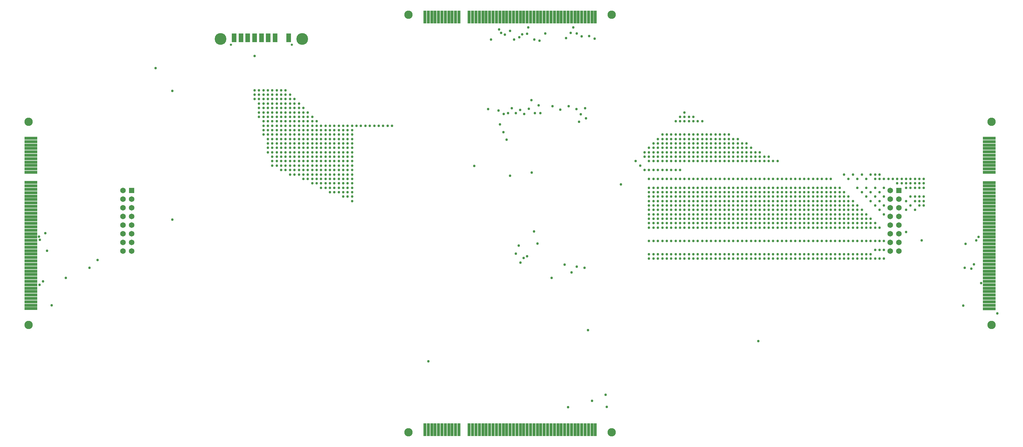
<source format=gbs>
G04*
G04 #@! TF.GenerationSoftware,Altium Limited,Altium Designer,22.11.1 (43)*
G04*
G04 Layer_Color=16711935*
%FSLAX25Y25*%
%MOIN*%
G70*
G04*
G04 #@! TF.SameCoordinates,4D6F9E16-F8D6-4E59-8BFB-CDB79C160039*
G04*
G04*
G04 #@! TF.FilePolarity,Negative*
G04*
G01*
G75*
%ADD17R,0.14764X0.03347*%
%ADD18R,0.03347X0.14764*%
%ADD19C,0.09646*%
%ADD20C,0.02559*%
%ADD21C,0.13583*%
%ADD22C,0.06496*%
%ADD23R,0.06496X0.06496*%
%ADD24C,0.02953*%
%ADD33R,0.05709X0.10039*%
D17*
X1178347Y408452D02*
D03*
Y404515D02*
D03*
Y400578D02*
D03*
Y396641D02*
D03*
Y392704D02*
D03*
Y388767D02*
D03*
Y384830D02*
D03*
Y380893D02*
D03*
Y376956D02*
D03*
Y373019D02*
D03*
Y369082D02*
D03*
Y357271D02*
D03*
Y353334D02*
D03*
Y349397D02*
D03*
Y345460D02*
D03*
Y341523D02*
D03*
Y337586D02*
D03*
Y333649D02*
D03*
Y329712D02*
D03*
Y325775D02*
D03*
Y321838D02*
D03*
Y317901D02*
D03*
Y313964D02*
D03*
Y310027D02*
D03*
Y306090D02*
D03*
Y302153D02*
D03*
Y298216D02*
D03*
Y294279D02*
D03*
Y290342D02*
D03*
Y286405D02*
D03*
Y282468D02*
D03*
Y278531D02*
D03*
Y274594D02*
D03*
Y270657D02*
D03*
Y266720D02*
D03*
Y262783D02*
D03*
Y258846D02*
D03*
Y254909D02*
D03*
Y250972D02*
D03*
Y247035D02*
D03*
Y243098D02*
D03*
Y239161D02*
D03*
Y235224D02*
D03*
Y231287D02*
D03*
Y227350D02*
D03*
Y223413D02*
D03*
Y219476D02*
D03*
Y215539D02*
D03*
Y211602D02*
D03*
X71654Y408477D02*
D03*
Y404540D02*
D03*
Y400603D02*
D03*
Y396666D02*
D03*
Y392729D02*
D03*
Y388792D02*
D03*
Y384855D02*
D03*
Y380918D02*
D03*
Y376981D02*
D03*
Y373044D02*
D03*
Y369107D02*
D03*
Y357296D02*
D03*
Y353359D02*
D03*
Y349422D02*
D03*
Y345485D02*
D03*
Y341548D02*
D03*
Y337611D02*
D03*
Y333674D02*
D03*
Y329737D02*
D03*
Y325800D02*
D03*
Y321863D02*
D03*
Y317926D02*
D03*
Y313989D02*
D03*
Y310052D02*
D03*
Y306115D02*
D03*
Y302178D02*
D03*
Y298241D02*
D03*
Y294304D02*
D03*
Y290367D02*
D03*
Y286430D02*
D03*
Y282493D02*
D03*
Y278556D02*
D03*
Y274619D02*
D03*
Y270682D02*
D03*
Y266745D02*
D03*
Y262808D02*
D03*
Y258871D02*
D03*
Y254934D02*
D03*
Y250997D02*
D03*
Y247060D02*
D03*
Y243123D02*
D03*
Y239186D02*
D03*
Y235249D02*
D03*
Y231312D02*
D03*
Y227375D02*
D03*
Y223438D02*
D03*
Y219501D02*
D03*
Y215564D02*
D03*
Y211627D02*
D03*
D18*
X526575Y71654D02*
D03*
X530512D02*
D03*
X534449D02*
D03*
X538386D02*
D03*
X542323D02*
D03*
X546260D02*
D03*
X550197D02*
D03*
X554134D02*
D03*
X558071D02*
D03*
X562008D02*
D03*
X565945D02*
D03*
X577756D02*
D03*
X581693D02*
D03*
X585630D02*
D03*
X589567D02*
D03*
X593504D02*
D03*
X597441D02*
D03*
X601378D02*
D03*
X605315D02*
D03*
X609252D02*
D03*
X613189D02*
D03*
X617126D02*
D03*
X621063D02*
D03*
X625000D02*
D03*
X628937D02*
D03*
X632874D02*
D03*
X636811D02*
D03*
X640748D02*
D03*
X644685D02*
D03*
X648622D02*
D03*
X652559D02*
D03*
X656496D02*
D03*
X660433D02*
D03*
X664370D02*
D03*
X668307D02*
D03*
X672244D02*
D03*
X676181D02*
D03*
X680118D02*
D03*
X684055D02*
D03*
X687992D02*
D03*
X691929D02*
D03*
X695866D02*
D03*
X699803D02*
D03*
X703740D02*
D03*
X707677D02*
D03*
X711614D02*
D03*
X715551D02*
D03*
X719488D02*
D03*
X723425D02*
D03*
Y548413D02*
D03*
X719488D02*
D03*
X715551D02*
D03*
X711614D02*
D03*
X707677D02*
D03*
X703740D02*
D03*
X699803D02*
D03*
X695866D02*
D03*
X691929D02*
D03*
X687992D02*
D03*
X684055D02*
D03*
X680118D02*
D03*
X676181D02*
D03*
X672244D02*
D03*
X668307D02*
D03*
X664370D02*
D03*
X660433D02*
D03*
X656496D02*
D03*
X652559D02*
D03*
X648622D02*
D03*
X644685D02*
D03*
X640748D02*
D03*
X636811D02*
D03*
X632874D02*
D03*
X628937D02*
D03*
X625000D02*
D03*
X621063D02*
D03*
X617126D02*
D03*
X613189D02*
D03*
X609252D02*
D03*
X605315D02*
D03*
X601378D02*
D03*
X597441D02*
D03*
X593504D02*
D03*
X589567D02*
D03*
X585630D02*
D03*
X581693D02*
D03*
X577756D02*
D03*
X565945D02*
D03*
X562008D02*
D03*
X558071D02*
D03*
X554134D02*
D03*
X550197D02*
D03*
X546260D02*
D03*
X542323D02*
D03*
X538386D02*
D03*
X534449D02*
D03*
X530512D02*
D03*
X526575D02*
D03*
D19*
X1181102Y427350D02*
D03*
Y192704D02*
D03*
X507677Y68898D02*
D03*
X742323D02*
D03*
X742323Y551169D02*
D03*
X507677D02*
D03*
X68898Y427375D02*
D03*
Y192729D02*
D03*
D20*
X372822Y516535D02*
D03*
X302743D02*
D03*
D21*
X384830Y523228D02*
D03*
X290736D02*
D03*
D22*
X178071Y277992D02*
D03*
X188071D02*
D03*
X178071Y287992D02*
D03*
X188071D02*
D03*
X178071Y297992D02*
D03*
X188071D02*
D03*
X178071Y307992D02*
D03*
X188071D02*
D03*
X178071Y317992D02*
D03*
X188071D02*
D03*
X178071Y327992D02*
D03*
X188071D02*
D03*
X178071Y337992D02*
D03*
X188071D02*
D03*
X178071Y347992D02*
D03*
X1063898Y277992D02*
D03*
X1073898D02*
D03*
X1063898Y287992D02*
D03*
X1073898D02*
D03*
X1063898Y297992D02*
D03*
X1073898D02*
D03*
X1063898Y307992D02*
D03*
X1073898D02*
D03*
X1063898Y317992D02*
D03*
X1073898D02*
D03*
X1063898Y327992D02*
D03*
X1073898D02*
D03*
X1063898Y337992D02*
D03*
X1073898D02*
D03*
X1063898Y347992D02*
D03*
D23*
X188071D02*
D03*
X1073898D02*
D03*
D24*
X1102769Y361483D02*
D03*
Y356364D02*
D03*
Y351246D02*
D03*
Y341010D02*
D03*
Y335892D02*
D03*
Y330774D02*
D03*
X1097651Y361483D02*
D03*
Y356364D02*
D03*
Y351246D02*
D03*
Y341010D02*
D03*
Y335892D02*
D03*
Y330774D02*
D03*
X1092533Y361483D02*
D03*
Y356364D02*
D03*
Y351246D02*
D03*
Y341010D02*
D03*
Y335892D02*
D03*
Y325656D02*
D03*
X1087414Y361483D02*
D03*
Y356364D02*
D03*
Y351246D02*
D03*
Y341010D02*
D03*
Y330774D02*
D03*
X1082296Y361483D02*
D03*
Y356364D02*
D03*
Y351246D02*
D03*
Y335892D02*
D03*
Y325656D02*
D03*
Y300065D02*
D03*
X1077178Y361483D02*
D03*
Y356364D02*
D03*
X1072060Y361483D02*
D03*
Y356364D02*
D03*
X1066942Y361483D02*
D03*
X1061824D02*
D03*
X1056706D02*
D03*
Y351246D02*
D03*
Y341010D02*
D03*
Y330774D02*
D03*
Y320538D02*
D03*
Y289829D02*
D03*
Y279593D02*
D03*
Y269357D02*
D03*
X1051588Y366601D02*
D03*
Y361483D02*
D03*
Y346128D02*
D03*
Y335892D02*
D03*
Y325656D02*
D03*
Y305183D02*
D03*
Y289829D02*
D03*
Y279593D02*
D03*
Y269357D02*
D03*
X1046470Y366601D02*
D03*
Y361483D02*
D03*
Y351246D02*
D03*
Y341010D02*
D03*
Y330774D02*
D03*
Y310301D02*
D03*
Y305183D02*
D03*
Y289829D02*
D03*
Y279593D02*
D03*
Y269357D02*
D03*
X1041352Y366601D02*
D03*
Y346128D02*
D03*
Y335892D02*
D03*
Y315420D02*
D03*
Y310301D02*
D03*
Y305183D02*
D03*
Y289829D02*
D03*
Y274475D02*
D03*
Y269357D02*
D03*
X1036233Y361483D02*
D03*
Y351246D02*
D03*
Y341010D02*
D03*
Y320538D02*
D03*
Y315420D02*
D03*
Y310301D02*
D03*
Y305183D02*
D03*
Y289829D02*
D03*
Y274475D02*
D03*
Y269357D02*
D03*
X1031115Y366601D02*
D03*
Y346128D02*
D03*
Y325656D02*
D03*
Y320538D02*
D03*
Y315420D02*
D03*
Y310301D02*
D03*
Y305183D02*
D03*
Y289829D02*
D03*
Y274475D02*
D03*
Y269357D02*
D03*
X1025997Y361483D02*
D03*
Y351246D02*
D03*
Y330774D02*
D03*
Y325656D02*
D03*
Y320538D02*
D03*
Y315420D02*
D03*
Y310301D02*
D03*
Y305183D02*
D03*
Y289829D02*
D03*
Y274475D02*
D03*
Y269357D02*
D03*
X1020879Y366601D02*
D03*
Y335892D02*
D03*
Y330774D02*
D03*
Y325656D02*
D03*
Y320538D02*
D03*
Y315420D02*
D03*
Y310301D02*
D03*
Y305183D02*
D03*
Y289829D02*
D03*
Y274475D02*
D03*
Y269357D02*
D03*
X1015761Y361483D02*
D03*
Y341010D02*
D03*
Y335892D02*
D03*
Y330774D02*
D03*
Y325656D02*
D03*
Y320538D02*
D03*
Y315420D02*
D03*
Y310301D02*
D03*
Y305183D02*
D03*
Y289829D02*
D03*
Y274475D02*
D03*
Y269357D02*
D03*
X1010643Y366601D02*
D03*
Y346128D02*
D03*
Y341010D02*
D03*
Y335892D02*
D03*
Y330774D02*
D03*
Y325656D02*
D03*
Y320538D02*
D03*
Y315420D02*
D03*
Y310301D02*
D03*
Y305183D02*
D03*
Y289829D02*
D03*
Y274475D02*
D03*
Y269357D02*
D03*
X1005525Y351246D02*
D03*
Y346128D02*
D03*
Y341010D02*
D03*
Y335892D02*
D03*
Y330774D02*
D03*
Y325656D02*
D03*
Y320538D02*
D03*
Y315420D02*
D03*
Y310301D02*
D03*
Y305183D02*
D03*
Y289829D02*
D03*
Y274475D02*
D03*
Y269357D02*
D03*
X1000407Y351246D02*
D03*
Y346128D02*
D03*
Y341010D02*
D03*
Y335892D02*
D03*
Y330774D02*
D03*
Y325656D02*
D03*
Y320538D02*
D03*
Y315420D02*
D03*
Y310301D02*
D03*
Y305183D02*
D03*
Y289829D02*
D03*
Y274475D02*
D03*
Y269357D02*
D03*
X995289Y361483D02*
D03*
Y351246D02*
D03*
Y346128D02*
D03*
Y341010D02*
D03*
Y335892D02*
D03*
Y330774D02*
D03*
Y325656D02*
D03*
Y320538D02*
D03*
Y315420D02*
D03*
Y310301D02*
D03*
Y305183D02*
D03*
Y289829D02*
D03*
Y274475D02*
D03*
Y269357D02*
D03*
X990170Y361483D02*
D03*
Y351246D02*
D03*
Y346128D02*
D03*
Y341010D02*
D03*
Y335892D02*
D03*
Y330774D02*
D03*
Y325656D02*
D03*
Y320538D02*
D03*
Y315420D02*
D03*
Y310301D02*
D03*
Y305183D02*
D03*
Y289829D02*
D03*
Y274475D02*
D03*
Y269357D02*
D03*
X985052Y361483D02*
D03*
Y351246D02*
D03*
Y346128D02*
D03*
Y341010D02*
D03*
Y335892D02*
D03*
Y330774D02*
D03*
Y325656D02*
D03*
Y320538D02*
D03*
Y315420D02*
D03*
Y310301D02*
D03*
Y305183D02*
D03*
Y289829D02*
D03*
Y274475D02*
D03*
Y269357D02*
D03*
X979934Y361483D02*
D03*
Y351246D02*
D03*
Y346128D02*
D03*
Y341010D02*
D03*
Y335892D02*
D03*
Y330774D02*
D03*
Y325656D02*
D03*
Y320538D02*
D03*
Y315420D02*
D03*
Y310301D02*
D03*
Y305183D02*
D03*
Y289829D02*
D03*
Y274475D02*
D03*
Y269357D02*
D03*
X974816Y361483D02*
D03*
Y351246D02*
D03*
Y346128D02*
D03*
Y341010D02*
D03*
Y335892D02*
D03*
Y330774D02*
D03*
Y325656D02*
D03*
Y320538D02*
D03*
Y315420D02*
D03*
Y310301D02*
D03*
Y305183D02*
D03*
Y289829D02*
D03*
Y274475D02*
D03*
Y269357D02*
D03*
X969698Y361483D02*
D03*
Y351246D02*
D03*
Y346128D02*
D03*
Y341010D02*
D03*
Y335892D02*
D03*
Y330774D02*
D03*
Y325656D02*
D03*
Y320538D02*
D03*
Y315420D02*
D03*
Y310301D02*
D03*
Y305183D02*
D03*
Y289829D02*
D03*
Y274475D02*
D03*
Y269357D02*
D03*
X964580Y361483D02*
D03*
Y351246D02*
D03*
Y346128D02*
D03*
Y341010D02*
D03*
Y335892D02*
D03*
Y330774D02*
D03*
Y325656D02*
D03*
Y320538D02*
D03*
Y315420D02*
D03*
Y310301D02*
D03*
Y305183D02*
D03*
Y289829D02*
D03*
Y274475D02*
D03*
Y269357D02*
D03*
X959462Y361483D02*
D03*
Y351246D02*
D03*
Y346128D02*
D03*
Y341010D02*
D03*
Y335892D02*
D03*
Y330774D02*
D03*
Y325656D02*
D03*
Y320538D02*
D03*
Y315420D02*
D03*
Y310301D02*
D03*
Y305183D02*
D03*
Y289829D02*
D03*
Y274475D02*
D03*
Y269357D02*
D03*
X954344Y361483D02*
D03*
Y351246D02*
D03*
Y346128D02*
D03*
Y341010D02*
D03*
Y335892D02*
D03*
Y330774D02*
D03*
Y325656D02*
D03*
Y320538D02*
D03*
Y315420D02*
D03*
Y310301D02*
D03*
Y305183D02*
D03*
Y289829D02*
D03*
Y274475D02*
D03*
Y269357D02*
D03*
X949226Y361483D02*
D03*
Y351246D02*
D03*
Y346128D02*
D03*
Y341010D02*
D03*
Y335892D02*
D03*
Y330774D02*
D03*
Y325656D02*
D03*
Y320538D02*
D03*
Y315420D02*
D03*
Y310301D02*
D03*
Y305183D02*
D03*
Y289829D02*
D03*
Y274475D02*
D03*
Y269357D02*
D03*
X944108Y361483D02*
D03*
Y351246D02*
D03*
Y346128D02*
D03*
Y341010D02*
D03*
Y335892D02*
D03*
Y330774D02*
D03*
Y325656D02*
D03*
Y320538D02*
D03*
Y315420D02*
D03*
Y310301D02*
D03*
Y305183D02*
D03*
Y289829D02*
D03*
Y274475D02*
D03*
Y269357D02*
D03*
X938989Y361483D02*
D03*
Y351246D02*
D03*
Y346128D02*
D03*
Y341010D02*
D03*
Y335892D02*
D03*
Y330774D02*
D03*
Y325656D02*
D03*
Y320538D02*
D03*
Y315420D02*
D03*
Y310301D02*
D03*
Y305183D02*
D03*
Y289829D02*
D03*
Y274475D02*
D03*
Y269357D02*
D03*
X933871Y381955D02*
D03*
Y361483D02*
D03*
Y351246D02*
D03*
Y346128D02*
D03*
Y341010D02*
D03*
Y335892D02*
D03*
Y330774D02*
D03*
Y325656D02*
D03*
Y320538D02*
D03*
Y315420D02*
D03*
Y310301D02*
D03*
Y305183D02*
D03*
Y289829D02*
D03*
Y274475D02*
D03*
Y269357D02*
D03*
X928753Y381955D02*
D03*
Y361483D02*
D03*
Y351246D02*
D03*
Y346128D02*
D03*
Y341010D02*
D03*
Y335892D02*
D03*
Y330774D02*
D03*
Y325656D02*
D03*
Y320538D02*
D03*
Y315420D02*
D03*
Y310301D02*
D03*
Y305183D02*
D03*
Y289829D02*
D03*
Y274475D02*
D03*
Y269357D02*
D03*
X923635Y387073D02*
D03*
Y381955D02*
D03*
Y361483D02*
D03*
Y351246D02*
D03*
Y346128D02*
D03*
Y341010D02*
D03*
Y335892D02*
D03*
Y330774D02*
D03*
Y325656D02*
D03*
Y320538D02*
D03*
Y315420D02*
D03*
Y310301D02*
D03*
Y305183D02*
D03*
Y289829D02*
D03*
Y274475D02*
D03*
Y269357D02*
D03*
X918517Y387073D02*
D03*
Y381955D02*
D03*
Y361483D02*
D03*
Y351246D02*
D03*
Y346128D02*
D03*
Y341010D02*
D03*
Y335892D02*
D03*
Y330774D02*
D03*
Y325656D02*
D03*
Y320538D02*
D03*
Y315420D02*
D03*
Y310301D02*
D03*
Y305183D02*
D03*
Y289829D02*
D03*
Y274475D02*
D03*
Y269357D02*
D03*
X913399Y392191D02*
D03*
Y387073D02*
D03*
Y381955D02*
D03*
Y361483D02*
D03*
Y351246D02*
D03*
Y346128D02*
D03*
Y341010D02*
D03*
Y335892D02*
D03*
Y330774D02*
D03*
Y325656D02*
D03*
Y320538D02*
D03*
Y315420D02*
D03*
Y310301D02*
D03*
Y305183D02*
D03*
Y289829D02*
D03*
Y274475D02*
D03*
Y269357D02*
D03*
X908281Y392191D02*
D03*
Y387073D02*
D03*
Y381955D02*
D03*
Y361483D02*
D03*
Y351246D02*
D03*
Y346128D02*
D03*
Y341010D02*
D03*
Y335892D02*
D03*
Y330774D02*
D03*
Y325656D02*
D03*
Y320538D02*
D03*
Y315420D02*
D03*
Y310301D02*
D03*
Y305183D02*
D03*
Y289829D02*
D03*
Y274475D02*
D03*
Y269357D02*
D03*
X903163Y397309D02*
D03*
Y392191D02*
D03*
Y387073D02*
D03*
Y381955D02*
D03*
Y361483D02*
D03*
Y351246D02*
D03*
Y346128D02*
D03*
Y341010D02*
D03*
Y335892D02*
D03*
Y330774D02*
D03*
Y325656D02*
D03*
Y320538D02*
D03*
Y315420D02*
D03*
Y310301D02*
D03*
Y305183D02*
D03*
Y289829D02*
D03*
Y274475D02*
D03*
Y269357D02*
D03*
X898044Y402427D02*
D03*
Y397309D02*
D03*
Y392191D02*
D03*
Y387073D02*
D03*
Y381955D02*
D03*
Y361483D02*
D03*
Y351246D02*
D03*
Y346128D02*
D03*
Y341010D02*
D03*
Y335892D02*
D03*
Y330774D02*
D03*
Y325656D02*
D03*
Y320538D02*
D03*
Y315420D02*
D03*
Y310301D02*
D03*
Y305183D02*
D03*
Y289829D02*
D03*
Y274475D02*
D03*
Y269357D02*
D03*
X892926Y402427D02*
D03*
Y397309D02*
D03*
Y392191D02*
D03*
Y387073D02*
D03*
Y381955D02*
D03*
Y361483D02*
D03*
Y351246D02*
D03*
Y346128D02*
D03*
Y341010D02*
D03*
Y335892D02*
D03*
Y330774D02*
D03*
Y325656D02*
D03*
Y320538D02*
D03*
Y315420D02*
D03*
Y310301D02*
D03*
Y305183D02*
D03*
Y289829D02*
D03*
Y274475D02*
D03*
Y269357D02*
D03*
X887808Y407546D02*
D03*
Y402427D02*
D03*
Y397309D02*
D03*
Y392191D02*
D03*
Y387073D02*
D03*
Y381955D02*
D03*
Y361483D02*
D03*
Y351246D02*
D03*
Y346128D02*
D03*
Y341010D02*
D03*
Y335892D02*
D03*
Y330774D02*
D03*
Y325656D02*
D03*
Y320538D02*
D03*
Y315420D02*
D03*
Y310301D02*
D03*
Y305183D02*
D03*
Y289829D02*
D03*
Y274475D02*
D03*
Y269357D02*
D03*
X882690Y407546D02*
D03*
Y402427D02*
D03*
Y397309D02*
D03*
Y392191D02*
D03*
Y387073D02*
D03*
Y381955D02*
D03*
Y361483D02*
D03*
Y351246D02*
D03*
Y346128D02*
D03*
Y341010D02*
D03*
Y335892D02*
D03*
Y330774D02*
D03*
Y325656D02*
D03*
Y320538D02*
D03*
Y315420D02*
D03*
Y310301D02*
D03*
Y305183D02*
D03*
Y289829D02*
D03*
Y274475D02*
D03*
Y269357D02*
D03*
X877572Y412664D02*
D03*
Y407546D02*
D03*
Y402427D02*
D03*
Y397309D02*
D03*
Y392191D02*
D03*
Y387073D02*
D03*
Y381955D02*
D03*
Y361483D02*
D03*
Y351246D02*
D03*
Y346128D02*
D03*
Y341010D02*
D03*
Y335892D02*
D03*
Y330774D02*
D03*
Y325656D02*
D03*
Y320538D02*
D03*
Y315420D02*
D03*
Y310301D02*
D03*
Y305183D02*
D03*
Y289829D02*
D03*
Y274475D02*
D03*
Y269357D02*
D03*
X872454Y412664D02*
D03*
Y407546D02*
D03*
Y402427D02*
D03*
Y397309D02*
D03*
Y392191D02*
D03*
Y387073D02*
D03*
Y381955D02*
D03*
Y361483D02*
D03*
Y351246D02*
D03*
Y346128D02*
D03*
Y341010D02*
D03*
Y335892D02*
D03*
Y330774D02*
D03*
Y325656D02*
D03*
Y320538D02*
D03*
Y315420D02*
D03*
Y310301D02*
D03*
Y305183D02*
D03*
Y289829D02*
D03*
Y274475D02*
D03*
Y269357D02*
D03*
X867336Y412664D02*
D03*
Y407546D02*
D03*
Y402427D02*
D03*
Y397309D02*
D03*
Y392191D02*
D03*
Y387073D02*
D03*
Y381955D02*
D03*
Y361483D02*
D03*
Y351246D02*
D03*
Y346128D02*
D03*
Y341010D02*
D03*
Y335892D02*
D03*
Y330774D02*
D03*
Y325656D02*
D03*
Y320538D02*
D03*
Y315420D02*
D03*
Y310301D02*
D03*
Y305183D02*
D03*
Y289829D02*
D03*
Y274475D02*
D03*
Y269357D02*
D03*
X862218Y412664D02*
D03*
Y407546D02*
D03*
Y402427D02*
D03*
Y397309D02*
D03*
Y392191D02*
D03*
Y387073D02*
D03*
Y381955D02*
D03*
Y361483D02*
D03*
Y351246D02*
D03*
Y346128D02*
D03*
Y341010D02*
D03*
Y335892D02*
D03*
Y330774D02*
D03*
Y325656D02*
D03*
Y320538D02*
D03*
Y315420D02*
D03*
Y310301D02*
D03*
Y305183D02*
D03*
Y289829D02*
D03*
Y274475D02*
D03*
Y269357D02*
D03*
X857100Y412664D02*
D03*
Y407546D02*
D03*
Y402427D02*
D03*
Y397309D02*
D03*
Y392191D02*
D03*
Y387073D02*
D03*
Y381955D02*
D03*
Y361483D02*
D03*
Y351246D02*
D03*
Y346128D02*
D03*
Y341010D02*
D03*
Y335892D02*
D03*
Y330774D02*
D03*
Y325656D02*
D03*
Y320538D02*
D03*
Y315420D02*
D03*
Y310301D02*
D03*
Y305183D02*
D03*
Y289829D02*
D03*
Y274475D02*
D03*
Y269357D02*
D03*
X851982Y412664D02*
D03*
Y407546D02*
D03*
Y402427D02*
D03*
Y397309D02*
D03*
Y392191D02*
D03*
Y387073D02*
D03*
Y381955D02*
D03*
Y361483D02*
D03*
Y351246D02*
D03*
Y346128D02*
D03*
Y341010D02*
D03*
Y335892D02*
D03*
Y330774D02*
D03*
Y325656D02*
D03*
Y320538D02*
D03*
Y315420D02*
D03*
Y310301D02*
D03*
Y305183D02*
D03*
Y289829D02*
D03*
Y274475D02*
D03*
Y269357D02*
D03*
X846863Y428018D02*
D03*
Y412664D02*
D03*
Y407546D02*
D03*
Y402427D02*
D03*
Y397309D02*
D03*
Y392191D02*
D03*
Y387073D02*
D03*
Y381955D02*
D03*
Y361483D02*
D03*
Y351246D02*
D03*
Y346128D02*
D03*
Y341010D02*
D03*
Y335892D02*
D03*
Y330774D02*
D03*
Y325656D02*
D03*
Y320538D02*
D03*
Y315420D02*
D03*
Y310301D02*
D03*
Y305183D02*
D03*
Y289829D02*
D03*
Y274475D02*
D03*
Y269357D02*
D03*
X841745Y428018D02*
D03*
Y412664D02*
D03*
Y407546D02*
D03*
Y402427D02*
D03*
Y397309D02*
D03*
Y392191D02*
D03*
Y387073D02*
D03*
Y381955D02*
D03*
Y361483D02*
D03*
Y351246D02*
D03*
Y346128D02*
D03*
Y341010D02*
D03*
Y335892D02*
D03*
Y330774D02*
D03*
Y325656D02*
D03*
Y320538D02*
D03*
Y315420D02*
D03*
Y310301D02*
D03*
Y305183D02*
D03*
Y289829D02*
D03*
Y274475D02*
D03*
Y269357D02*
D03*
X836627Y433136D02*
D03*
Y428018D02*
D03*
Y412664D02*
D03*
Y407546D02*
D03*
Y402427D02*
D03*
Y397309D02*
D03*
Y392191D02*
D03*
Y387073D02*
D03*
Y381955D02*
D03*
Y361483D02*
D03*
Y351246D02*
D03*
Y346128D02*
D03*
Y341010D02*
D03*
Y335892D02*
D03*
Y330774D02*
D03*
Y325656D02*
D03*
Y320538D02*
D03*
Y315420D02*
D03*
Y310301D02*
D03*
Y305183D02*
D03*
Y289829D02*
D03*
Y274475D02*
D03*
Y269357D02*
D03*
X831509Y433136D02*
D03*
Y428018D02*
D03*
Y412664D02*
D03*
Y407546D02*
D03*
Y402427D02*
D03*
Y397309D02*
D03*
Y392191D02*
D03*
Y387073D02*
D03*
Y381955D02*
D03*
Y361483D02*
D03*
Y351246D02*
D03*
Y346128D02*
D03*
Y341010D02*
D03*
Y335892D02*
D03*
Y330774D02*
D03*
Y325656D02*
D03*
Y320538D02*
D03*
Y315420D02*
D03*
Y310301D02*
D03*
Y305183D02*
D03*
Y289829D02*
D03*
Y274475D02*
D03*
Y269357D02*
D03*
X826391Y438254D02*
D03*
Y433136D02*
D03*
Y428018D02*
D03*
Y412664D02*
D03*
Y407546D02*
D03*
Y402427D02*
D03*
Y397309D02*
D03*
Y392191D02*
D03*
Y387073D02*
D03*
Y381955D02*
D03*
Y361483D02*
D03*
Y351246D02*
D03*
Y346128D02*
D03*
Y341010D02*
D03*
Y335892D02*
D03*
Y330774D02*
D03*
Y325656D02*
D03*
Y320538D02*
D03*
Y315420D02*
D03*
Y310301D02*
D03*
Y305183D02*
D03*
Y289829D02*
D03*
Y274475D02*
D03*
Y269357D02*
D03*
X821273Y433136D02*
D03*
Y428018D02*
D03*
Y412664D02*
D03*
Y407546D02*
D03*
Y402427D02*
D03*
Y397309D02*
D03*
Y392191D02*
D03*
Y387073D02*
D03*
Y381955D02*
D03*
Y371719D02*
D03*
Y361483D02*
D03*
Y351246D02*
D03*
Y346128D02*
D03*
Y341010D02*
D03*
Y335892D02*
D03*
Y330774D02*
D03*
Y325656D02*
D03*
Y320538D02*
D03*
Y315420D02*
D03*
Y310301D02*
D03*
Y305183D02*
D03*
Y289829D02*
D03*
Y274475D02*
D03*
Y269357D02*
D03*
X816155Y428018D02*
D03*
Y412664D02*
D03*
Y407546D02*
D03*
Y402427D02*
D03*
Y397309D02*
D03*
Y392191D02*
D03*
Y387073D02*
D03*
Y381955D02*
D03*
Y371719D02*
D03*
Y361483D02*
D03*
Y351246D02*
D03*
Y346128D02*
D03*
Y341010D02*
D03*
Y335892D02*
D03*
Y330774D02*
D03*
Y325656D02*
D03*
Y320538D02*
D03*
Y315420D02*
D03*
Y310301D02*
D03*
Y305183D02*
D03*
Y289829D02*
D03*
Y274475D02*
D03*
Y269357D02*
D03*
X811037Y412664D02*
D03*
Y407546D02*
D03*
Y402427D02*
D03*
Y397309D02*
D03*
Y392191D02*
D03*
Y387073D02*
D03*
Y381955D02*
D03*
Y371719D02*
D03*
Y361483D02*
D03*
Y351246D02*
D03*
Y346128D02*
D03*
Y341010D02*
D03*
Y335892D02*
D03*
Y330774D02*
D03*
Y325656D02*
D03*
Y320538D02*
D03*
Y315420D02*
D03*
Y310301D02*
D03*
Y305183D02*
D03*
Y289829D02*
D03*
Y274475D02*
D03*
Y269357D02*
D03*
X805919Y412664D02*
D03*
Y407546D02*
D03*
Y402427D02*
D03*
Y397309D02*
D03*
Y392191D02*
D03*
Y387073D02*
D03*
Y381955D02*
D03*
Y371719D02*
D03*
Y361483D02*
D03*
Y351246D02*
D03*
Y346128D02*
D03*
Y341010D02*
D03*
Y335892D02*
D03*
Y330774D02*
D03*
Y325656D02*
D03*
Y320538D02*
D03*
Y315420D02*
D03*
Y310301D02*
D03*
Y305183D02*
D03*
Y289829D02*
D03*
Y274475D02*
D03*
Y269357D02*
D03*
X800800Y412664D02*
D03*
Y407546D02*
D03*
Y402427D02*
D03*
Y397309D02*
D03*
Y392191D02*
D03*
Y387073D02*
D03*
Y381955D02*
D03*
Y371719D02*
D03*
Y361483D02*
D03*
Y351246D02*
D03*
Y346128D02*
D03*
Y341010D02*
D03*
Y335892D02*
D03*
Y330774D02*
D03*
Y325656D02*
D03*
Y320538D02*
D03*
Y315420D02*
D03*
Y310301D02*
D03*
Y305183D02*
D03*
Y289829D02*
D03*
Y274475D02*
D03*
Y269357D02*
D03*
X795682Y407546D02*
D03*
Y402427D02*
D03*
Y397309D02*
D03*
Y392191D02*
D03*
Y387073D02*
D03*
Y381955D02*
D03*
Y371719D02*
D03*
Y361483D02*
D03*
Y351246D02*
D03*
Y346128D02*
D03*
Y341010D02*
D03*
Y335892D02*
D03*
Y330774D02*
D03*
Y325656D02*
D03*
Y320538D02*
D03*
Y315420D02*
D03*
Y310301D02*
D03*
Y305183D02*
D03*
Y289829D02*
D03*
Y274475D02*
D03*
Y269357D02*
D03*
X790564Y402427D02*
D03*
Y397309D02*
D03*
Y392191D02*
D03*
Y387073D02*
D03*
Y381955D02*
D03*
Y371719D02*
D03*
Y361483D02*
D03*
Y351246D02*
D03*
Y346128D02*
D03*
Y341010D02*
D03*
Y335892D02*
D03*
Y330774D02*
D03*
Y325656D02*
D03*
Y320538D02*
D03*
Y315420D02*
D03*
Y310301D02*
D03*
Y305183D02*
D03*
Y289829D02*
D03*
Y274475D02*
D03*
Y269357D02*
D03*
X785446Y397309D02*
D03*
Y392191D02*
D03*
Y387073D02*
D03*
Y381955D02*
D03*
Y371719D02*
D03*
Y361483D02*
D03*
Y351246D02*
D03*
Y346128D02*
D03*
Y341010D02*
D03*
Y335892D02*
D03*
Y330774D02*
D03*
Y325656D02*
D03*
Y320538D02*
D03*
Y315420D02*
D03*
Y310301D02*
D03*
Y305183D02*
D03*
Y289829D02*
D03*
Y274475D02*
D03*
Y269357D02*
D03*
X780328Y392191D02*
D03*
Y387073D02*
D03*
Y371719D02*
D03*
X775210Y376837D02*
D03*
X770092Y381955D02*
D03*
X691929Y97898D02*
D03*
X736500Y98000D02*
D03*
X735172Y112172D02*
D03*
X719488Y104950D02*
D03*
X644500Y272000D02*
D03*
X80832Y294708D02*
D03*
X660000Y437500D02*
D03*
X658000Y446500D02*
D03*
X659000Y521000D02*
D03*
X665500Y529500D02*
D03*
X704641Y427362D02*
D03*
X583500Y376500D02*
D03*
X625000Y365108D02*
D03*
X649895Y368835D02*
D03*
X753000Y355000D02*
D03*
X599466Y441951D02*
D03*
X603000Y522500D02*
D03*
X611500Y440500D02*
D03*
X612285Y534240D02*
D03*
X614766Y530000D02*
D03*
X488596Y422900D02*
D03*
X483478D02*
D03*
X478360D02*
D03*
X473241D02*
D03*
X468123D02*
D03*
X463005D02*
D03*
X457887D02*
D03*
X452769D02*
D03*
X447651D02*
D03*
X442533D02*
D03*
Y417782D02*
D03*
Y412664D02*
D03*
Y407546D02*
D03*
Y402427D02*
D03*
Y397309D02*
D03*
Y392191D02*
D03*
Y387073D02*
D03*
Y381955D02*
D03*
Y376837D02*
D03*
Y371719D02*
D03*
Y366601D02*
D03*
Y361483D02*
D03*
Y356364D02*
D03*
Y351246D02*
D03*
Y346128D02*
D03*
Y341010D02*
D03*
Y335892D02*
D03*
X437415Y422900D02*
D03*
Y417782D02*
D03*
Y412664D02*
D03*
Y407546D02*
D03*
Y402427D02*
D03*
Y397309D02*
D03*
Y392191D02*
D03*
Y387073D02*
D03*
Y381955D02*
D03*
Y376837D02*
D03*
Y371719D02*
D03*
Y366601D02*
D03*
Y361483D02*
D03*
Y356364D02*
D03*
Y351246D02*
D03*
Y346128D02*
D03*
Y341010D02*
D03*
X432297Y422900D02*
D03*
Y417782D02*
D03*
Y412664D02*
D03*
Y407546D02*
D03*
Y402427D02*
D03*
Y397309D02*
D03*
Y392191D02*
D03*
Y387073D02*
D03*
Y381955D02*
D03*
Y376837D02*
D03*
Y371719D02*
D03*
Y366601D02*
D03*
Y361483D02*
D03*
Y356364D02*
D03*
Y351246D02*
D03*
Y346128D02*
D03*
Y341010D02*
D03*
X427178Y422900D02*
D03*
Y417782D02*
D03*
Y412664D02*
D03*
Y407546D02*
D03*
Y402427D02*
D03*
Y397309D02*
D03*
Y392191D02*
D03*
Y387073D02*
D03*
Y381955D02*
D03*
Y376837D02*
D03*
Y371719D02*
D03*
Y366601D02*
D03*
Y361483D02*
D03*
Y356364D02*
D03*
Y351246D02*
D03*
Y346128D02*
D03*
X422060Y422900D02*
D03*
Y417782D02*
D03*
Y412664D02*
D03*
Y407546D02*
D03*
Y402427D02*
D03*
Y397309D02*
D03*
Y392191D02*
D03*
Y387073D02*
D03*
Y381955D02*
D03*
Y376837D02*
D03*
Y371719D02*
D03*
Y366601D02*
D03*
Y361483D02*
D03*
Y356364D02*
D03*
Y351246D02*
D03*
Y346128D02*
D03*
X416942Y422900D02*
D03*
Y417782D02*
D03*
Y412664D02*
D03*
Y407546D02*
D03*
Y402427D02*
D03*
Y397309D02*
D03*
Y392191D02*
D03*
Y387073D02*
D03*
Y381955D02*
D03*
Y376837D02*
D03*
Y371719D02*
D03*
Y366601D02*
D03*
Y361483D02*
D03*
Y356364D02*
D03*
Y351246D02*
D03*
Y346128D02*
D03*
X411824Y422900D02*
D03*
Y417782D02*
D03*
Y412664D02*
D03*
Y407546D02*
D03*
Y402427D02*
D03*
Y397309D02*
D03*
Y392191D02*
D03*
Y387073D02*
D03*
Y381955D02*
D03*
Y376837D02*
D03*
Y371719D02*
D03*
Y366601D02*
D03*
Y361483D02*
D03*
Y356364D02*
D03*
Y351246D02*
D03*
X406706Y422900D02*
D03*
Y417782D02*
D03*
Y412664D02*
D03*
Y407546D02*
D03*
Y402427D02*
D03*
Y397309D02*
D03*
Y392191D02*
D03*
Y387073D02*
D03*
Y381955D02*
D03*
Y376837D02*
D03*
Y371719D02*
D03*
Y366601D02*
D03*
Y361483D02*
D03*
Y356364D02*
D03*
Y351246D02*
D03*
X401588Y428018D02*
D03*
Y422900D02*
D03*
Y417782D02*
D03*
Y412664D02*
D03*
Y407546D02*
D03*
Y402427D02*
D03*
Y397309D02*
D03*
Y392191D02*
D03*
Y387073D02*
D03*
Y381955D02*
D03*
Y376837D02*
D03*
Y371719D02*
D03*
Y366601D02*
D03*
Y361483D02*
D03*
Y356364D02*
D03*
X396470Y433136D02*
D03*
Y428018D02*
D03*
Y422900D02*
D03*
Y417782D02*
D03*
Y412664D02*
D03*
Y407546D02*
D03*
Y402427D02*
D03*
Y397309D02*
D03*
Y392191D02*
D03*
Y387073D02*
D03*
Y381955D02*
D03*
Y376837D02*
D03*
Y371719D02*
D03*
Y366601D02*
D03*
Y361483D02*
D03*
Y356364D02*
D03*
X391352Y438254D02*
D03*
Y433136D02*
D03*
Y428018D02*
D03*
Y422900D02*
D03*
Y417782D02*
D03*
Y412664D02*
D03*
Y407546D02*
D03*
Y402427D02*
D03*
Y397309D02*
D03*
Y392191D02*
D03*
Y387073D02*
D03*
Y381955D02*
D03*
Y376837D02*
D03*
Y371719D02*
D03*
Y366601D02*
D03*
Y361483D02*
D03*
X386233Y443372D02*
D03*
Y438254D02*
D03*
Y433136D02*
D03*
Y428018D02*
D03*
Y422900D02*
D03*
Y417782D02*
D03*
Y412664D02*
D03*
Y407546D02*
D03*
Y402427D02*
D03*
Y397309D02*
D03*
Y392191D02*
D03*
Y387073D02*
D03*
Y381955D02*
D03*
Y376837D02*
D03*
Y371719D02*
D03*
Y366601D02*
D03*
Y361483D02*
D03*
X381115Y448490D02*
D03*
Y443372D02*
D03*
Y438254D02*
D03*
Y433136D02*
D03*
Y428018D02*
D03*
Y422900D02*
D03*
Y417782D02*
D03*
Y412664D02*
D03*
Y407546D02*
D03*
Y402427D02*
D03*
Y397309D02*
D03*
Y392191D02*
D03*
Y387073D02*
D03*
Y381955D02*
D03*
Y376837D02*
D03*
Y371719D02*
D03*
Y366601D02*
D03*
X375997Y453609D02*
D03*
Y448490D02*
D03*
Y443372D02*
D03*
Y438254D02*
D03*
Y433136D02*
D03*
Y428018D02*
D03*
Y422900D02*
D03*
Y417782D02*
D03*
Y412664D02*
D03*
Y407546D02*
D03*
Y402427D02*
D03*
Y397309D02*
D03*
Y392191D02*
D03*
Y387073D02*
D03*
Y381955D02*
D03*
Y376837D02*
D03*
Y371719D02*
D03*
Y366601D02*
D03*
X370879Y458727D02*
D03*
Y453609D02*
D03*
Y448490D02*
D03*
Y443372D02*
D03*
Y438254D02*
D03*
Y433136D02*
D03*
Y428018D02*
D03*
Y422900D02*
D03*
Y417782D02*
D03*
Y412664D02*
D03*
Y407546D02*
D03*
Y402427D02*
D03*
Y397309D02*
D03*
Y392191D02*
D03*
Y387073D02*
D03*
Y381955D02*
D03*
Y376837D02*
D03*
Y371719D02*
D03*
Y366601D02*
D03*
X365761Y463845D02*
D03*
Y458727D02*
D03*
Y453609D02*
D03*
Y448490D02*
D03*
Y443372D02*
D03*
Y438254D02*
D03*
Y433136D02*
D03*
Y428018D02*
D03*
Y422900D02*
D03*
Y417782D02*
D03*
Y412664D02*
D03*
Y407546D02*
D03*
Y402427D02*
D03*
Y397309D02*
D03*
Y392191D02*
D03*
Y387073D02*
D03*
Y381955D02*
D03*
Y376837D02*
D03*
Y371719D02*
D03*
X360643Y463845D02*
D03*
Y458727D02*
D03*
Y453609D02*
D03*
Y448490D02*
D03*
Y443372D02*
D03*
Y438254D02*
D03*
Y433136D02*
D03*
Y428018D02*
D03*
Y422900D02*
D03*
Y417782D02*
D03*
Y412664D02*
D03*
Y407546D02*
D03*
Y402427D02*
D03*
Y397309D02*
D03*
Y392191D02*
D03*
Y387073D02*
D03*
Y381955D02*
D03*
Y376837D02*
D03*
Y371719D02*
D03*
X355525Y463845D02*
D03*
Y458727D02*
D03*
Y453609D02*
D03*
Y448490D02*
D03*
Y443372D02*
D03*
Y438254D02*
D03*
Y433136D02*
D03*
Y428018D02*
D03*
Y422900D02*
D03*
Y417782D02*
D03*
Y412664D02*
D03*
Y407546D02*
D03*
Y402427D02*
D03*
Y397309D02*
D03*
Y392191D02*
D03*
Y387073D02*
D03*
Y381955D02*
D03*
Y376837D02*
D03*
X350407Y463845D02*
D03*
Y458727D02*
D03*
Y453609D02*
D03*
Y448490D02*
D03*
Y443372D02*
D03*
Y438254D02*
D03*
Y433136D02*
D03*
Y428018D02*
D03*
Y422900D02*
D03*
Y417782D02*
D03*
Y412664D02*
D03*
Y407546D02*
D03*
Y402427D02*
D03*
Y397309D02*
D03*
Y392191D02*
D03*
Y387073D02*
D03*
Y381955D02*
D03*
Y376837D02*
D03*
X345289Y463845D02*
D03*
Y458727D02*
D03*
Y453609D02*
D03*
Y448490D02*
D03*
Y443372D02*
D03*
Y438254D02*
D03*
Y433136D02*
D03*
Y428018D02*
D03*
Y422900D02*
D03*
Y417782D02*
D03*
Y412664D02*
D03*
Y407546D02*
D03*
Y402427D02*
D03*
Y397309D02*
D03*
Y392191D02*
D03*
X340171Y463845D02*
D03*
Y458727D02*
D03*
Y453609D02*
D03*
Y448490D02*
D03*
Y443372D02*
D03*
Y438254D02*
D03*
Y433136D02*
D03*
Y428018D02*
D03*
Y422900D02*
D03*
Y417782D02*
D03*
Y412664D02*
D03*
X335052Y463845D02*
D03*
Y458727D02*
D03*
Y453609D02*
D03*
Y448490D02*
D03*
Y443372D02*
D03*
Y438254D02*
D03*
Y433136D02*
D03*
X329934Y463845D02*
D03*
Y458727D02*
D03*
Y453609D02*
D03*
X722500Y523500D02*
D03*
X711500Y443000D02*
D03*
X712500Y431500D02*
D03*
X716266Y526446D02*
D03*
X706500Y436000D02*
D03*
X707500Y526000D02*
D03*
X701500Y442000D02*
D03*
X692500Y445500D02*
D03*
X683000Y441500D02*
D03*
X674000Y445500D02*
D03*
X687992Y262481D02*
D03*
X702000Y260000D02*
D03*
X636811Y264717D02*
D03*
X702000Y529500D02*
D03*
X698000Y536500D02*
D03*
X695000Y530000D02*
D03*
X689500Y524000D02*
D03*
X635000Y284500D02*
D03*
X653500Y437500D02*
D03*
X653000Y522500D02*
D03*
X646000Y536500D02*
D03*
X649500Y452500D02*
D03*
X646500Y442500D02*
D03*
X644500Y529000D02*
D03*
X640748Y270108D02*
D03*
X641235Y436365D02*
D03*
X639000Y528500D02*
D03*
X636500Y441000D02*
D03*
X635500Y525000D02*
D03*
X631500Y437500D02*
D03*
X629500Y522500D02*
D03*
X627000Y443000D02*
D03*
X624803Y532468D02*
D03*
X619000Y528000D02*
D03*
X617500Y436500D02*
D03*
X622500Y437500D02*
D03*
X617126Y415508D02*
D03*
X613189Y424408D02*
D03*
X235000Y314500D02*
D03*
Y463000D02*
D03*
X329860Y503500D02*
D03*
X1149920Y258608D02*
D03*
X1160592Y262889D02*
D03*
X112020Y247060D02*
D03*
X673000D02*
D03*
X1157720Y257808D02*
D03*
X1169020Y241208D02*
D03*
X695866Y253308D02*
D03*
X1100254Y290342D02*
D03*
X1163320D02*
D03*
X1187620Y206008D02*
D03*
X85720Y243123D02*
D03*
X656496Y286668D02*
D03*
X148720Y267908D02*
D03*
X711077Y258608D02*
D03*
X139320Y258908D02*
D03*
X215720Y489408D02*
D03*
X530512Y150616D02*
D03*
X88320Y298708D02*
D03*
X81820Y291108D02*
D03*
X90268Y278556D02*
D03*
X1151020Y286405D02*
D03*
X631520Y275108D02*
D03*
X652559Y300808D02*
D03*
X81620Y239186D02*
D03*
X621063Y406608D02*
D03*
X714820Y186608D02*
D03*
X95620Y215508D02*
D03*
X911669Y174208D02*
D03*
X1148220Y215208D02*
D03*
X1165820Y294279D02*
D03*
D33*
X369279Y524409D02*
D03*
X353531D02*
D03*
X345657D02*
D03*
X337783D02*
D03*
X329909D02*
D03*
X322035D02*
D03*
X314161D02*
D03*
X306287D02*
D03*
M02*

</source>
